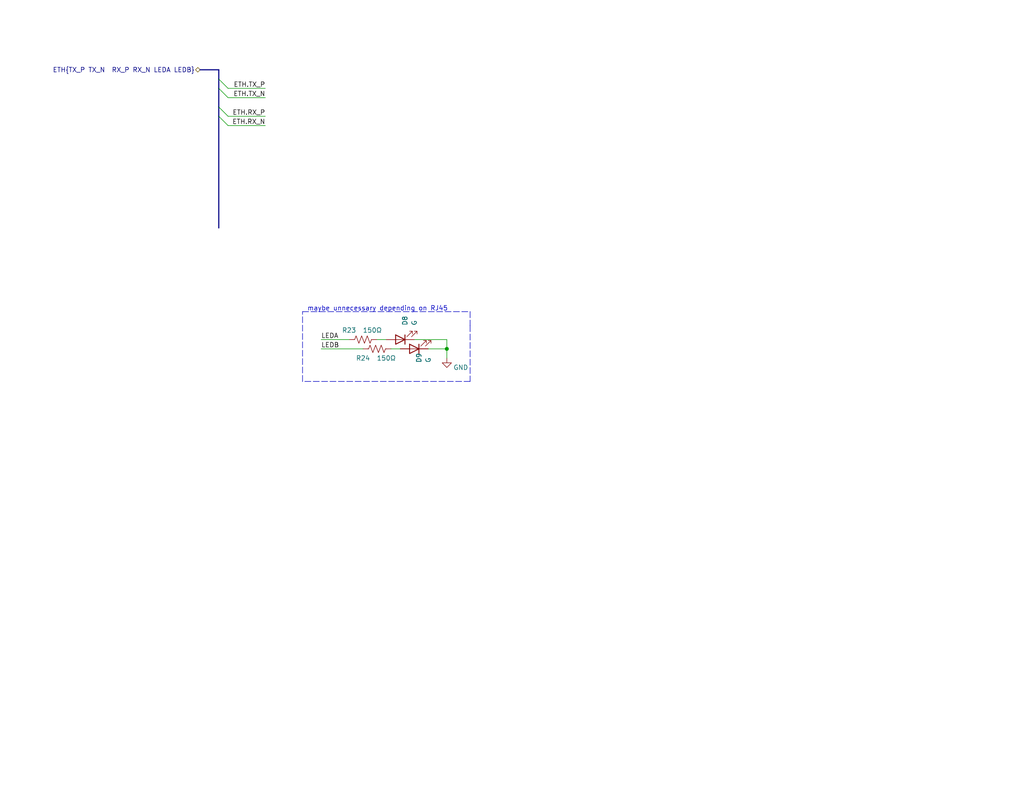
<source format=kicad_sch>
(kicad_sch (version 20211123) (generator eeschema)
  (paper "USLetter")
  (title_block (title "FOXSI-4 Plenum Board") (rev "1") (company "University of Minnesota") (comment 1 "Author: Thanasi Pantazides, panta013@umn.edu"))
  (lib_symbols
    (symbol "Device:LED" (pin_numbers hide) (pin_names (offset 1.016) hide)
      (property "Reference" "D" (at 0 2.54 0))
      (property "Value" "LED" (at 0 -2.54 0))
      (symbol "LED_0_1"
        (polyline (pts (xy -1.27 -1.27) (xy -1.27 1.27)) (stroke (width 0.254)))
        (polyline (pts (xy -1.27 0) (xy 1.27 0)))
        (polyline (pts (xy 1.27 -1.27) (xy 1.27 1.27) (xy -1.27 0) (xy 1.27 -1.27)) (stroke (width 0.254)))
        (polyline (pts (xy -3.048 -0.762) (xy -4.572 -2.286) (xy -3.81 -2.286) (xy -4.572 -2.286) (xy -4.572 -1.524)))
        (polyline (pts (xy -1.778 -0.762) (xy -3.302 -2.286) (xy -2.54 -2.286) (xy -3.302 -2.286) (xy -3.302 -1.524)))
      )
      (symbol "LED_1_1"
        (pin passive line (at -3.81 0 0) (length 2.54) (name "K") (number "1"))
        (pin passive line (at 3.81 0 180) (length 2.54) (name "A") (number "2"))
      )
    )
    (symbol "Device:R_US" (pin_numbers hide) (pin_names (offset 0))
      (property "Reference" "R" (at 2.54 0 90))
      (property "Value" "R_US" (at -2.54 0 90))
      (symbol "R_US_0_1"
        (polyline (pts (xy 0 -2.286) (xy 0 -2.54)))
        (polyline (pts (xy 0 2.286) (xy 0 2.54)))
        (polyline (pts (xy 0 -0.762) (xy 1.016 -1.143) (xy 0 -1.524) (xy -1.016 -1.905) (xy 0 -2.286)))
        (polyline (pts (xy 0 0.762) (xy 1.016 0.381) (xy 0 0) (xy -1.016 -0.381) (xy 0 -0.762)))
        (polyline (pts (xy 0 2.286) (xy 1.016 1.905) (xy 0 1.524) (xy -1.016 1.143) (xy 0 0.762)))
      )
      (symbol "R_US_1_1"
        (pin passive line (at 0 3.81 270) (length 1.27) (name "~") (number "1"))
        (pin passive line (at 0 -3.81 90) (length 1.27) (name "~") (number "2"))
      )
    )
    (symbol "power:GND" (power) (pin_names (offset 0))
      (property "Value" "GND" (at 0 -3.81 0))
      (symbol "GND_0_1"
        (polyline (pts (xy 0 0) (xy 0 -1.27) (xy 1.27 -1.27) (xy 0 -2.54) (xy -1.27 -1.27) (xy 0 -1.27)))
      )
      (symbol "GND_1_1"
        (pin power_in line (at 0 0 270) (length 0) hide (name "GND") (number "1"))
      )
    )
  )
  (junction (at 121.92 95.25))
  (bus_entry (at 59.69 21.59) (size 2.54 2.54))
  (bus_entry (at 59.69 24.13) (size 2.54 2.54))
  (bus_entry (at 59.69 31.75) (size 2.54 2.54))
  (bus_entry (at 59.69 29.21) (size 2.54 2.54))
  (wire (pts (xy 87.63 92.71) (xy 95.25 92.71)))
  (wire (pts (xy 62.23 31.75) (xy 72.39 31.75)))
  (bus (pts (xy 59.69 24.13) (xy 59.69 29.21)))
  (polyline (pts (xy 128.27 88.9) (xy 128.27 104.14)))
  (bus (pts (xy 54.61 19.05) (xy 59.69 19.05)))
  (polyline (pts (xy 128.27 85.09) (xy 128.27 88.9)))
  (polyline (pts (xy 82.55 104.14) (xy 82.55 85.09)))
  (wire (pts (xy 121.92 92.71) (xy 121.92 95.25)))
  (bus (pts (xy 59.69 21.59) (xy 59.69 24.13)))
  (bus (pts (xy 59.69 19.05) (xy 59.69 21.59)))
  (wire (pts (xy 62.23 34.29) (xy 72.39 34.29)))
  (wire (pts (xy 106.68 95.25) (xy 109.22 95.25)))
  (polyline (pts (xy 82.55 85.09) (xy 128.27 85.09)))
  (wire (pts (xy 62.23 26.67) (xy 72.39 26.67)))
  (wire (pts (xy 87.63 95.25) (xy 99.06 95.25)))
  (wire (pts (xy 62.23 24.13) (xy 72.39 24.13)))
  (wire (pts (xy 102.87 92.71) (xy 105.41 92.71)))
  (polyline (pts (xy 128.27 104.14) (xy 82.55 104.14)))
  (bus (pts (xy 59.69 29.21) (xy 59.69 31.75)))
  (wire (pts (xy 113.03 92.71) (xy 121.92 92.71)))
  (bus (pts (xy 59.69 31.75) (xy 59.69 62.23)))
  (wire (pts (xy 116.84 95.25) (xy 121.92 95.25)))
  (wire (pts (xy 121.92 95.25) (xy 121.92 97.79)))
  (text "maybe unnecessary depending on RJ45" (at 83.82 85.09 0) (effects (font (size 1.27 1.27)) (justify left bottom)))
  (label "ETH.RX_P" (at 72.39 31.75 180))
  (label "ETH.TX_N" (at 72.39 26.67 180))
  (label "LEDB" (at 87.63 95.25 0))
  (label "ETH.TX_P" (at 72.39 24.13 180))
  (label "LEDA" (at 87.63 92.71 0))
  (label "ETH.RX_N" (at 72.39 34.29 180))
  (hierarchical_label "ETH{TX_P TX_N  RX_P RX_N LEDA LEDB}" (shape bidirectional) (at 54.61 19.05 180))
  (symbol (lib_id "Device:R_US") (at 102.87 95.25 270) (unit 1)
    (property "Reference" "R24" (at 99.06 97.79 90))
    (property "Value" "150Ω" (at 105.41 97.79 90))
    (property "Footprint" "Resistor_SMD:R_0603_1608Metric" (effects hide))
  )
  (symbol (lib_id "Device:LED") (at 109.22 92.71 180) (unit 1)
    (property "Reference" "D8" (at 110.49 88.9 90) (effects (justify right)))
    (property "Value" "G" (at 113.03 88.9 90) (effects (justify right)))
  )
  (symbol (lib_id "Device:LED") (at 113.03 95.25 180) (unit 1)
    (property "Reference" "D9" (at 114.3 99.06 90) (effects (justify right)))
    (property "Value" "G" (at 116.84 99.06 90) (effects (justify right)))
  )
  (symbol (lib_id "Device:R_US") (at 99.06 92.71 270) (unit 1)
    (property "Reference" "R23" (at 95.25 90.17 90))
    (property "Value" "150Ω" (at 101.6 90.17 90))
    (property "Footprint" "Resistor_SMD:R_0603_1608Metric" (effects hide))
  )
  (symbol (lib_id "power:GND") (at 121.92 97.79 0) (unit 1)
    (property "Reference" "#PWR0180" (effects hide))
    (property "Value" "GND" (at 125.73 100.33 0))
  )
)
</source>
